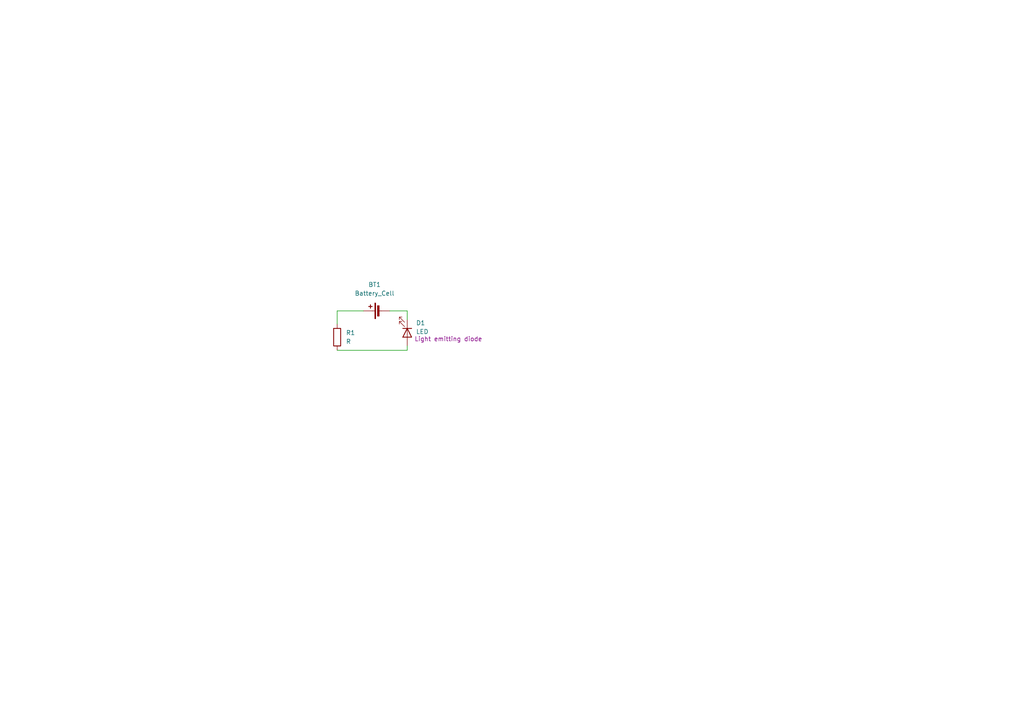
<source format=kicad_sch>
(kicad_sch (version 20231120) (generator "eeschema") (generator_version "8.0")
  (paper "A4")
  (title_block (title "LED DEMO") (date "2024-10-28") (rev "1.0") (company "Formula Slug"))
  (lib_symbols
    (symbol "Device:Battery_Cell" (pin_numbers hide) (pin_names (offset 0) hide)
      (property "Reference" "BT" (at 2.54 2.54 0))
      (property "Value" "Battery_Cell" (at 2.54 0 0))
      (symbol "Battery_Cell_0_1"
        (rectangle (start -2.286 1.778) (end 2.286 1.524) (fill (type outline)))
        (rectangle (start -1.524 1.016) (end 1.524 0.508) (fill (type outline)))
        (polyline (pts (xy 0 0.762) (xy 0 0)))
        (polyline (pts (xy 0 1.778) (xy 0 2.54)))
        (polyline (pts (xy 0.762 3.048) (xy 1.778 3.048)) (stroke (width 0.254)))
        (polyline (pts (xy 1.27 3.556) (xy 1.27 2.54)) (stroke (width 0.254)))
      )
      (symbol "Battery_Cell_1_1"
        (pin passive line (at 0 5.08 270) (length 2.54) (name "+") (number "1"))
        (pin passive line (at 0 -2.54 90) (length 2.54) (name "-") (number "2"))
      )
    )
    (symbol "Device:LED" (pin_numbers hide) (pin_names (offset 1.016) hide)
      (property "Reference" "D" (at 0 2.54 0))
      (property "Value" "LED" (at 0 -2.54 0))
      (symbol "LED_0_1"
        (polyline (pts (xy -1.27 -1.27) (xy -1.27 1.27)) (stroke (width 0.254)))
        (polyline (pts (xy -1.27 0) (xy 1.27 0)))
        (polyline (pts (xy 1.27 -1.27) (xy 1.27 1.27) (xy -1.27 0) (xy 1.27 -1.27)) (stroke (width 0.254)))
        (polyline (pts (xy -3.048 -0.762) (xy -4.572 -2.286) (xy -3.81 -2.286) (xy -4.572 -2.286) (xy -4.572 -1.524)))
        (polyline (pts (xy -1.778 -0.762) (xy -3.302 -2.286) (xy -2.54 -2.286) (xy -3.302 -2.286) (xy -3.302 -1.524)))
      )
      (symbol "LED_1_1"
        (pin passive line (at -3.81 0 0) (length 2.54) (name "K") (number "1"))
        (pin passive line (at 3.81 0 180) (length 2.54) (name "A") (number "2"))
      )
    )
    (symbol "Device:R" (pin_numbers hide) (pin_names (offset 0))
      (property "Reference" "R" (at 2.032 0 90))
      (property "Value" "R" (at 0 0 90))
      (symbol "R_0_1"
        (rectangle (start -1.016 -2.54) (end 1.016 2.54) (stroke (width 0.254)))
      )
      (symbol "R_1_1"
        (pin passive line (at 0 3.81 270) (length 1.27) (name "~") (number "1"))
        (pin passive line (at 0 -3.81 90) (length 1.27) (name "~") (number "2"))
      )
    )
  )
  (wire (pts (xy 118.11 101.6) (xy 97.79 101.6)))
  (wire (pts (xy 118.11 100.33) (xy 118.11 101.6)))
  (wire (pts (xy 97.79 90.17) (xy 105.41 90.17)))
  (wire (pts (xy 97.79 93.98) (xy 97.79 90.17)))
  (wire (pts (xy 113.03 90.17) (xy 118.11 90.17)))
  (wire (pts (xy 118.11 90.17) (xy 118.11 92.71)))
  (symbol (lib_id "Device:LED") (at 118.11 96.52 270) (unit 1)
    (property "Reference" "D1" (at 120.65 93.6624 90) (effects (justify left)))
    (property "Value" "LED" (at 120.65 96.2024 90) (effects (justify left)))
    (property "Footprint" "LED_SMD:LED_0805_2012Metric_Pad1.15x1.40mm_HandSolder" (effects (hide yes)))
    (property "Description" "Light emitting diode" (at 130.048 98.298 90))
  )
  (symbol (lib_id "Device:Battery_Cell") (at 110.49 90.17 90) (unit 1)
    (property "Reference" "BT1" (at 108.6485 82.55 90))
    (property "Value" "Battery_Cell" (at 108.6485 85.09 90))
    (property "Footprint" "FS_3_Global_Footprint_Library:MS621FE-FL11E_SEC" (effects (hide yes)))
    (property "Description" "Single-cell battery" (effects (hide yes)))
  )
  (symbol (lib_id "Device:R") (at 97.79 97.79 0) (unit 1)
    (property "Reference" "R1" (at 100.33 96.5199 0) (effects (justify left)))
    (property "Value" "R" (at 100.33 99.0599 0) (effects (justify left)))
    (property "Footprint" "Resistor_SMD:R_0805_2012Metric_Pad1.20x1.40mm_HandSolder" (effects (hide yes)))
    (property "Description" "Resistor" (effects (hide yes)))
  )
)
</source>
